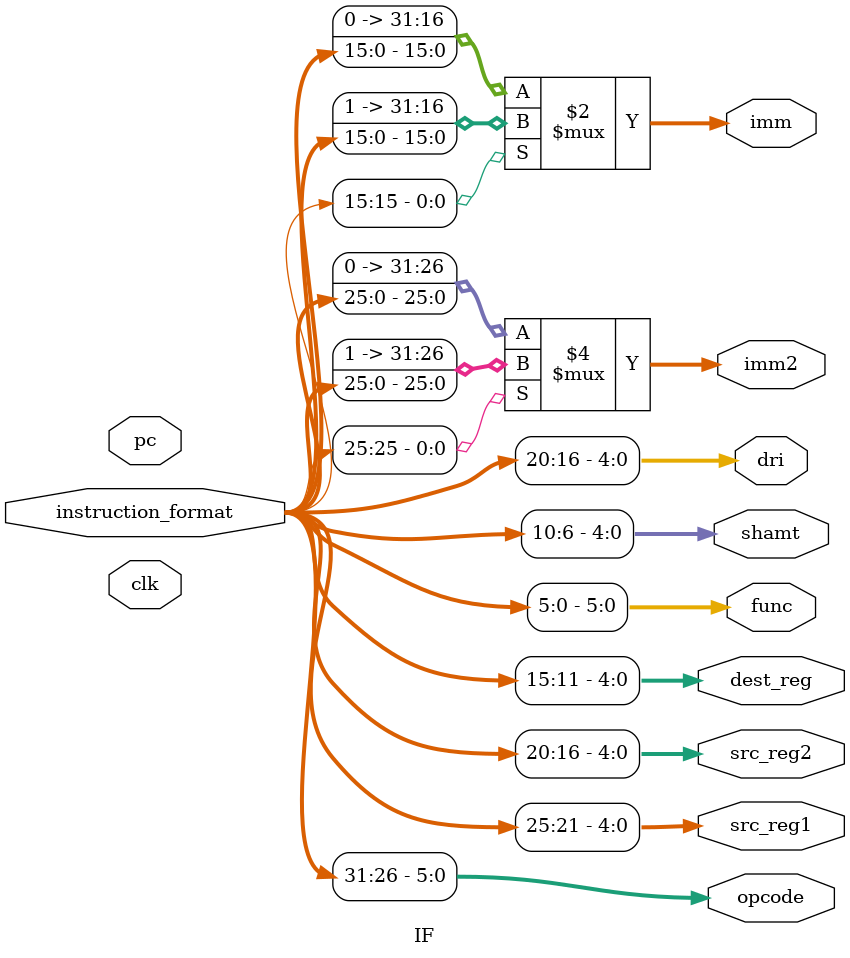
<source format=v>

module IF(clk,pc,opcode,instruction_format,func,src_reg1,src_reg2,dest_reg,shamt,imm,dri,imm2);
input clk;
input [31:0] pc;
input [31:0] instruction_format;
output [5:0] opcode;
output [4:0] src_reg1;
output [4:0] src_reg2;
output [4:0] dest_reg;
output [5:0] func;
output [4:0] shamt;
output [31:0] imm;
output [31:0] imm2;
output [4:0] dri;
assign src_reg1 = instruction_format[25:21];
assign src_reg2 = instruction_format[20:16];
assign dest_reg = instruction_format[15:11];
assign shamt = instruction_format[10:6];
assign imm = (instruction_format[15]==1'b1)?{{32-16{1'b1}},instruction_format[15:0]}:{{32-16{1'b0}},instruction_format[15:0]};
assign dri = instruction_format[20:16];
assign imm2 = (instruction_format[25]==1'b1)?{{32-26{1'b1}},instruction_format[25:0]}:{{32-26{1'b0}},instruction_format[25:0]};
assign func=instruction_format[5:0];
assign opcode = instruction_format[31:26];
endmodule
</source>
